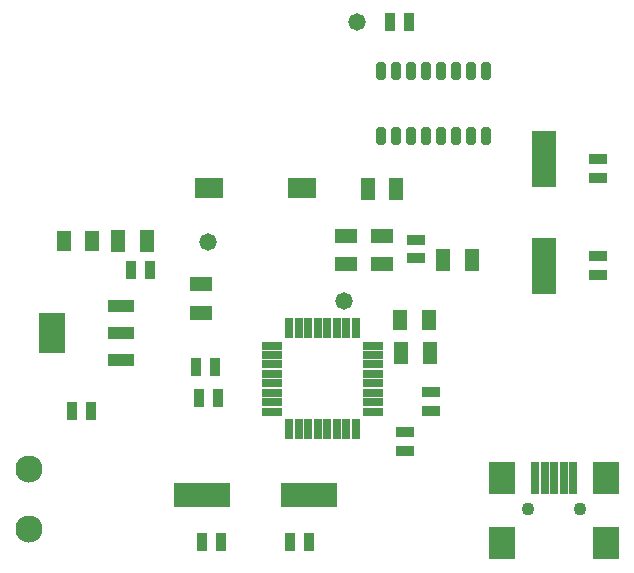
<source format=gts>
G04*
G04 #@! TF.GenerationSoftware,Altium Limited,Altium Designer,22.9.1 (49)*
G04*
G04 Layer_Color=8388736*
%FSLAX25Y25*%
%MOIN*%
G70*
G04*
G04 #@! TF.SameCoordinates,98696D13-EABD-4F9F-9DF4-DD99C549A471*
G04*
G04*
G04 #@! TF.FilePolarity,Negative*
G04*
G01*
G75*
%ADD18R,0.04724X0.07087*%
%ADD33R,0.19095X0.08268*%
%ADD34R,0.05118X0.07480*%
%ADD35R,0.05906X0.03543*%
%ADD36R,0.08858X0.04331*%
%ADD37R,0.08858X0.13189*%
%ADD38R,0.08858X0.04331*%
%ADD39R,0.03543X0.05906*%
%ADD40R,0.02769X0.10642*%
%ADD41R,0.08674X0.10642*%
G04:AMPARAMS|DCode=42|XSize=59.58mil|YSize=32.41mil|CornerRadius=7.05mil|HoleSize=0mil|Usage=FLASHONLY|Rotation=90.000|XOffset=0mil|YOffset=0mil|HoleType=Round|Shape=RoundedRectangle|*
%AMROUNDEDRECTD42*
21,1,0.05958,0.01831,0,0,90.0*
21,1,0.04547,0.03241,0,0,90.0*
1,1,0.01410,0.00915,0.02274*
1,1,0.01410,0.00915,-0.02274*
1,1,0.01410,-0.00915,-0.02274*
1,1,0.01410,-0.00915,0.02274*
%
%ADD42ROUNDEDRECTD42*%
%ADD43R,0.07480X0.05118*%
%ADD44R,0.08268X0.19095*%
%ADD45R,0.06706X0.02965*%
%ADD46R,0.02965X0.06706*%
%ADD47R,0.09383X0.07099*%
%ADD48C,0.04343*%
%ADD49C,0.09055*%
%ADD50C,0.05800*%
D18*
X154232Y90866D02*
D03*
X144783D02*
D03*
X32677Y117323D02*
D03*
X42126D02*
D03*
D33*
X114173Y32677D02*
D03*
X78740D02*
D03*
D34*
X133858Y134646D02*
D03*
X143307D02*
D03*
X159055Y111024D02*
D03*
X168504D02*
D03*
X50787Y117323D02*
D03*
X60236D02*
D03*
X154508Y79866D02*
D03*
X145059D02*
D03*
D35*
X150000Y117717D02*
D03*
Y111417D02*
D03*
X210630Y144488D02*
D03*
Y138189D02*
D03*
Y105905D02*
D03*
Y112205D02*
D03*
X155118Y66929D02*
D03*
Y60630D02*
D03*
X146457Y53543D02*
D03*
Y47244D02*
D03*
D36*
X51575Y95669D02*
D03*
Y86614D02*
D03*
D37*
X28740D02*
D03*
D38*
X51575Y77559D02*
D03*
D39*
X61417Y107480D02*
D03*
X55118D02*
D03*
X41732Y60630D02*
D03*
X35433D02*
D03*
X141339Y190157D02*
D03*
X147638D02*
D03*
X78740Y16929D02*
D03*
X85039D02*
D03*
X76772Y75197D02*
D03*
X83071D02*
D03*
X83858Y64961D02*
D03*
X77559D02*
D03*
X107874Y16929D02*
D03*
X114173D02*
D03*
D40*
X189764Y38091D02*
D03*
X192913D02*
D03*
X196063D02*
D03*
X199213D02*
D03*
X202362D02*
D03*
D41*
X178740D02*
D03*
X213386D02*
D03*
Y16437D02*
D03*
X178740D02*
D03*
D42*
X138406Y173819D02*
D03*
X143405D02*
D03*
X173406Y152165D02*
D03*
X168405Y173819D02*
D03*
Y152165D02*
D03*
X158405D02*
D03*
X173406Y173819D02*
D03*
X163406Y152165D02*
D03*
Y173819D02*
D03*
X158405D02*
D03*
X148406D02*
D03*
X153405Y152165D02*
D03*
X148406D02*
D03*
X138406D02*
D03*
X153405Y173819D02*
D03*
X143405Y152165D02*
D03*
D43*
X126772Y118898D02*
D03*
Y109449D02*
D03*
X138583Y118898D02*
D03*
Y109449D02*
D03*
X78347Y102756D02*
D03*
Y93307D02*
D03*
D44*
X192520Y109055D02*
D03*
Y144488D02*
D03*
D45*
X101854Y82390D02*
D03*
Y79240D02*
D03*
Y76091D02*
D03*
Y72941D02*
D03*
Y69791D02*
D03*
Y66642D02*
D03*
Y63492D02*
D03*
Y60343D02*
D03*
X135713D02*
D03*
Y63492D02*
D03*
Y66642D02*
D03*
Y69791D02*
D03*
Y72941D02*
D03*
Y76091D02*
D03*
Y79240D02*
D03*
Y82390D02*
D03*
D46*
X107760Y54437D02*
D03*
X110909D02*
D03*
X114059D02*
D03*
X117209D02*
D03*
X120358D02*
D03*
X123508D02*
D03*
X126657D02*
D03*
X129807D02*
D03*
Y88295D02*
D03*
X126657D02*
D03*
X123508D02*
D03*
X120358D02*
D03*
X117209D02*
D03*
X114059D02*
D03*
X110909D02*
D03*
X107760D02*
D03*
D47*
X81102Y135039D02*
D03*
X111811D02*
D03*
D48*
X187402Y27854D02*
D03*
X204724D02*
D03*
D49*
X20866Y21102D02*
D03*
Y41102D02*
D03*
D50*
X80709Y116929D02*
D03*
X130315Y190157D02*
D03*
X125984Y97244D02*
D03*
M02*

</source>
